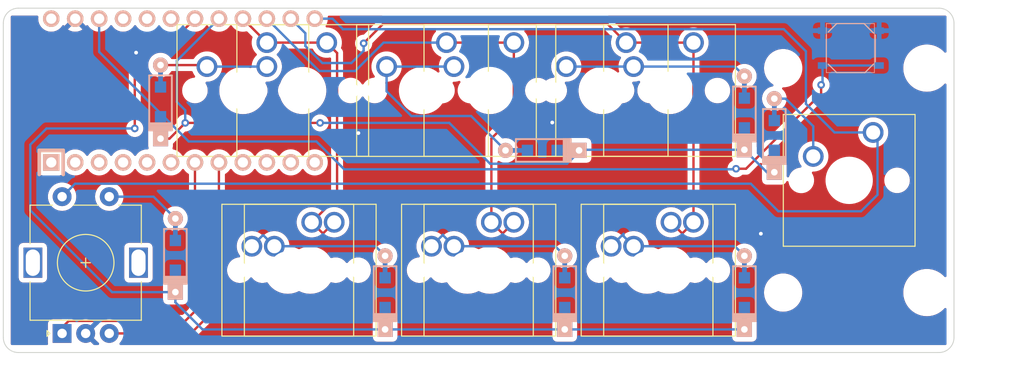
<source format=kicad_pcb>
(kicad_pcb (version 20200628) (host pcbnew "(5.99.0-2318-gf1aa7e523)")
  (layers (0 "F.Cu" signal) (31 "B.Cu" signal) (34 "B.Paste" user) (35 "F.Paste" user) (36 "B.SilkS" user) (37 "F.SilkS" user) (38 "B.Mask" user) (39 "F.Mask" user) (44 "Edge.Cuts" user))
  (net 0 "")
  (net 1 "Net-(D1-Pad2)")
  (net 2 "row0")
  (net 3 "Net-(D5-Pad2)")
  (net 4 "Net-(D9-Pad2)")
  (net 5 "Net-(D13-Pad2)")
  (net 6 "Net-(D2-Pad2)")
  (net 7 "row1")
  (net 8 "Net-(D6-Pad2)")
  (net 9 "Net-(D10-Pad2)")
  (net 10 "Net-(D14-Pad2)")
  (net 11 "col1")
  (net 12 "col2")
  (net 13 "col3")
  (net 14 "col4")
  (net 15 "Net-(SW1-Pad2)")
  (net 16 "pinB")
  (net 17 "pinA")
  (net 18 "GND")
  (net 19 "Net-(U1-Pad2)")
  (net 20 "Net-(U1-Pad21)")
  (net 21 "Net-(U1-Pad24)")
  (net 22 "Net-(U1-Pad12)")
  (net 23 "Net-(U1-Pad11)")
  (net 24 "Net-(U1-Pad10)")
  (net 25 "Net-(U1-Pad9)")
  (net 26 "Net-(U1-Pad6)")
  (net 27 "Net-(U1-Pad5)")
  (net 28 "Net-(U1-Pad4)")
  (net 29 "Net-(U1-Pad3)")
  (net 30 "Net-(U1-Pad1)")
  (net 31 "Net-(U1-Pad20)")
  (net 32 "Net-(U1-Pad19)")
  (module "Button_Switch_Keyboard:SW_Cherry_MX_1.00u_PCB" (layer "F.Cu") (at 58.89625 47.3075)
    (fp_text reference "MX3" hide)
    (fp_text value "MX-NoLED")
    (fp_line (start -9.525 -1.905) (end 4.445 -1.905) (layer "F.SilkS") (width 0.12))
    (fp_line (start 4.445 -1.905) (end 4.445 12.065) (layer "F.SilkS") (width 0.12))
    (fp_line (start 4.445 12.065) (end -9.525 12.065) (layer "F.SilkS") (width 0.12))
    (fp_line (start -9.525 12.065) (end -9.525 -1.905) (layer "F.SilkS") (width 0.12))
    (pad "1" thru_hole circle (at 0 0) (size 2.2 2.2) (drill 1.5) (layers *.Cu *.Mask) (net 11 "col1"))
    (pad "2" thru_hole circle (at -6.35 2.54) (size 2.2 2.2) (drill 1.5) (layers *.Cu *.Mask) (net 6 "Net-(D2-Pad2)"))
    (pad "" np_thru_hole circle (at -2.54 5.08) (size 4 4) (drill 4) (layers *.Cu *.Mask))
    (pad "" np_thru_hole circle (at -7.62 5.08) (size 1.7 1.7) (drill 1.7) (layers *.Cu *.Mask))
    (pad "" np_thru_hole circle (at 2.54 5.08) (size 1.7 1.7) (drill 1.7) (layers *.Cu *.Mask))
  )
  (module "Button_Switch_Keyboard:SW_Cherry_MX_1.00u_PCB" (layer "F.Cu") (at 77.94625 47.3075)
    (fp_text reference "MX3" hide)
    (fp_text value "MX-NoLED")
    (fp_line (start -9.525 -1.905) (end 4.445 -1.905) (layer "F.SilkS") (width 0.12))
    (fp_line (start 4.445 -1.905) (end 4.445 12.065) (layer "F.SilkS") (width 0.12))
    (fp_line (start 4.445 12.065) (end -9.525 12.065) (layer "F.SilkS") (width 0.12))
    (fp_line (start -9.525 12.065) (end -9.525 -1.905) (layer "F.SilkS") (width 0.12))
    (pad "1" thru_hole circle (at 0 0) (size 2.2 2.2) (drill 1.5) (layers *.Cu *.Mask) (net 12 "col2"))
    (pad "" thru_hole circle (at -6.35 2.54) (size 2.2 2.2) (drill 1.5) (layers *.Cu *.Mask) (net 8 "Net-(D6-Pad2)"))
    (pad "" np_thru_hole circle (at -2.54 5.08) (size 4 4) (drill 4) (layers *.Cu *.Mask))
    (pad "" np_thru_hole circle (at -7.62 5.08) (size 1.7 1.7) (drill 1.7) (layers *.Cu *.Mask))
    (pad "" np_thru_hole circle (at 2.54 5.08) (size 1.7 1.7) (drill 1.7) (layers *.Cu *.Mask))
  )
  (module "Button_Switch_Keyboard:SW_Cherry_MX_1.00u_PCB" (layer "F.Cu") (at 58.1025 28.2575)
    (fp_text reference "MX3" hide)
    (fp_text value "MX-NoLED")
    (fp_line (start -9.525 -1.905) (end 4.445 -1.905) (layer "F.SilkS") (width 0.12))
    (fp_line (start 4.445 -1.905) (end 4.445 12.065) (layer "F.SilkS") (width 0.12))
    (fp_line (start 4.445 12.065) (end -9.525 12.065) (layer "F.SilkS") (width 0.12))
    (fp_line (start -9.525 12.065) (end -9.525 -1.905) (layer "F.SilkS") (width 0.12))
    (pad "1" thru_hole circle (at 0 0) (size 2.2 2.2) (drill 1.5) (layers *.Cu *.Mask) (net 11 "col1"))
    (pad "2" thru_hole circle (at -6.35 2.54) (size 2.2 2.2) (drill 1.5) (layers *.Cu *.Mask) (net 1 "Net-(D1-Pad2)"))
    (pad "" np_thru_hole circle (at -2.54 5.08) (size 4 4) (drill 4) (layers *.Cu *.Mask))
    (pad "" np_thru_hole circle (at -7.62 5.08) (size 1.7 1.7) (drill 1.7) (layers *.Cu *.Mask))
    (pad "" np_thru_hole circle (at 2.54 5.08) (size 1.7 1.7) (drill 1.7) (layers *.Cu *.Mask))
  )
  (module "Button_Switch_Keyboard:SW_Cherry_MX_1.00u_PCB" (layer "F.Cu") (at 77.94625 28.2575)
    (fp_text reference "MX3" hide)
    (fp_text value "MX-NoLED")
    (fp_line (start -9.525 -1.905) (end 4.445 -1.905) (layer "F.SilkS") (width 0.12))
    (fp_line (start 4.445 -1.905) (end 4.445 12.065) (layer "F.SilkS") (width 0.12))
    (fp_line (start 4.445 12.065) (end -9.525 12.065) (layer "F.SilkS") (width 0.12))
    (fp_line (start -9.525 12.065) (end -9.525 -1.905) (layer "F.SilkS") (width 0.12))
    (pad "1" thru_hole circle (at 0 0) (size 2.2 2.2) (drill 1.5) (layers *.Cu *.Mask) (net 12 "col2"))
    (pad "2" thru_hole circle (at -6.35 2.54) (size 2.2 2.2) (drill 1.5) (layers *.Cu *.Mask) (net 3 "Net-(D5-Pad2)"))
    (pad "" np_thru_hole circle (at -2.54 5.08) (size 4 4) (drill 4) (layers *.Cu *.Mask))
    (pad "" np_thru_hole circle (at -7.62 5.08) (size 1.7 1.7) (drill 1.7) (layers *.Cu *.Mask))
    (pad "" np_thru_hole circle (at 2.54 5.08) (size 1.7 1.7) (drill 1.7) (layers *.Cu *.Mask))
  )
  (module "Button_Switch_Keyboard:SW_Cherry_MX_1.00u_PCB" (layer "F.Cu") (at 96.99625 47.3075)
    (fp_text reference "MX3" hide)
    (fp_text value "MX-NoLED")
    (fp_line (start -9.525 -1.905) (end 4.445 -1.905) (layer "F.SilkS") (width 0.12))
    (fp_line (start 4.445 -1.905) (end 4.445 12.065) (layer "F.SilkS") (width 0.12))
    (fp_line (start 4.445 12.065) (end -9.525 12.065) (layer "F.SilkS") (width 0.12))
    (fp_line (start -9.525 12.065) (end -9.525 -1.905) (layer "F.SilkS") (width 0.12))
    (pad "1" thru_hole circle (at 0 0) (size 2.2 2.2) (drill 1.5) (layers *.Cu *.Mask) (net 13 "col3"))
    (pad "2" thru_hole circle (at -6.35 2.54) (size 2.2 2.2) (drill 1.5) (layers *.Cu *.Mask) (net 9 "Net-(D10-Pad2)"))
    (pad "" np_thru_hole circle (at -2.54 5.08) (size 4 4) (drill 4) (layers *.Cu *.Mask))
    (pad "" np_thru_hole circle (at -7.62 5.08) (size 1.7 1.7) (drill 1.7) (layers *.Cu *.Mask))
    (pad "" np_thru_hole circle (at 2.54 5.08) (size 1.7 1.7) (drill 1.7) (layers *.Cu *.Mask))
  )
  (module "Button_Switch_Keyboard:SW_Cherry_MX_1.00u_PCB" (layer "F.Cu") (at 96.99625 28.2575)
    (fp_text reference "MX3" hide)
    (fp_text value "MX-NoLED")
    (fp_line (start -9.525 -1.905) (end 4.445 -1.905) (layer "F.SilkS") (width 0.12))
    (fp_line (start 4.445 -1.905) (end 4.445 12.065) (layer "F.SilkS") (width 0.12))
    (fp_line (start 4.445 12.065) (end -9.525 12.065) (layer "F.SilkS") (width 0.12))
    (fp_line (start -9.525 12.065) (end -9.525 -1.905) (layer "F.SilkS") (width 0.12))
    (pad "" thru_hole circle (at 0 0) (size 2.2 2.2) (drill 1.5) (layers *.Cu *.Mask) (net 13 "col3"))
    (pad "2" thru_hole circle (at -6.35 2.54) (size 2.2 2.2) (drill 1.5) (layers *.Cu *.Mask) (net 4 "Net-(D9-Pad2)"))
    (pad "" np_thru_hole circle (at -2.54 5.08) (size 4 4) (drill 4) (layers *.Cu *.Mask))
    (pad "" np_thru_hole circle (at -7.62 5.08) (size 1.7 1.7) (drill 1.7) (layers *.Cu *.Mask))
    (pad "" np_thru_hole circle (at 2.54 5.08) (size 1.7 1.7) (drill 1.7) (layers *.Cu *.Mask))
  )
  (module "LOGO" (layer "B.Cu") (at 113.76625 55.43625 180)
    (fp_text reference "G***" hide)
    (fp_text value "LOGO" hide)
  )
  (module "LOGO" (layer "F.Cu") (at 32.54625 32.75625)
    (fp_text reference "G***" hide)
    (fp_text value "LOGO" hide)
  )
  (module "keeb:ArduinoProMicro" (layer "F.Cu") (at 42.8625 33.3375)
    (fp_text reference "U1" hide)
    (fp_text value "ProMicro" hide)
    (fp_line (start -15.24 6.35) (end -15.24 8.89) (layer "F.SilkS") (width 0.381))
    (fp_line (start -15.24 6.35) (end -15.24 8.89) (layer "B.SilkS") (width 0.381))
    (fp_line (start -12.7 6.35) (end -12.7 8.89) (layer "F.SilkS") (width 0.381))
    (fp_line (start -15.24 6.35) (end -12.7 6.35) (layer "F.SilkS") (width 0.381))
    (fp_line (start -15.24 6.35) (end -12.7 6.35) (layer "B.SilkS") (width 0.381))
    (fp_line (start -12.7 6.35) (end -12.7 8.89) (layer "B.SilkS") (width 0.381))
    (pad "24" thru_hole circle (at -13.97 -7.62) (size 1.7526 1.7526) (drill 1.0922) (layers *.Cu *.SilkS *.Mask) (net 21 "Net-(U1-Pad24)"))
    (pad "12" thru_hole circle (at 13.97 7.62) (size 1.7526 1.7526) (drill 1.0922) (layers *.Cu *.SilkS *.Mask) (net 22 "Net-(U1-Pad12)"))
    (pad "23" thru_hole circle (at -11.43 -7.62) (size 1.7526 1.7526) (drill 1.0922) (layers *.Cu *.SilkS *.Mask) (net 18 "GND"))
    (pad "22" thru_hole circle (at -8.89 -7.62) (size 1.7526 1.7526) (drill 1.0922) (layers *.Cu *.SilkS *.Mask) (net 15 "Net-(SW1-Pad2)"))
    (pad "21" thru_hole circle (at -6.35 -7.62) (size 1.7526 1.7526) (drill 1.0922) (layers *.Cu *.SilkS *.Mask) (net 20 "Net-(U1-Pad21)"))
    (pad "20" thru_hole circle (at -3.81 -7.62) (size 1.7526 1.7526) (drill 1.0922) (layers *.Cu *.SilkS *.Mask) (net 31 "Net-(U1-Pad20)"))
    (pad "19" thru_hole circle (at -1.27 -7.62) (size 1.7526 1.7526) (drill 1.0922) (layers *.Cu *.SilkS *.Mask) (net 32 "Net-(U1-Pad19)"))
    (pad "18" thru_hole circle (at 1.27 -7.62) (size 1.7526 1.7526) (drill 1.0922) (layers *.Cu *.SilkS *.Mask) (net 7 "row1"))
    (pad "17" thru_hole circle (at 3.81 -7.62) (size 1.7526 1.7526) (drill 1.0922) (layers *.Cu *.SilkS *.Mask) (net 2 "row0"))
    (pad "16" thru_hole circle (at 6.35 -7.62) (size 1.7526 1.7526) (drill 1.0922) (layers *.Cu *.SilkS *.Mask) (net 11 "col1"))
    (pad "15" thru_hole circle (at 8.89 -7.62) (size 1.7526 1.7526) (drill 1.0922) (layers *.Cu *.SilkS *.Mask) (net 12 "col2"))
    (pad "14" thru_hole circle (at 11.43 -7.62) (size 1.7526 1.7526) (drill 1.0922) (layers *.Cu *.SilkS *.Mask) (net 13 "col3"))
    (pad "13" thru_hole circle (at 13.97 -7.62) (size 1.7526 1.7526) (drill 1.0922) (layers *.Cu *.SilkS *.Mask) (net 14 "col4"))
    (pad "11" thru_hole circle (at 11.43 7.62) (size 1.7526 1.7526) (drill 1.0922) (layers *.Cu *.SilkS *.Mask) (net 23 "Net-(U1-Pad11)"))
    (pad "10" thru_hole circle (at 8.89 7.62) (size 1.7526 1.7526) (drill 1.0922) (layers *.Cu *.SilkS *.Mask) (net 24 "Net-(U1-Pad10)"))
    (pad "9" thru_hole circle (at 6.35 7.62) (size 1.7526 1.7526) (drill 1.0922) (layers *.Cu *.SilkS *.Mask) (net 25 "Net-(U1-Pad9)"))
    (pad "8" thru_hole circle (at 3.81 7.62) (size 1.7526 1.7526) (drill 1.0922) (layers *.Cu *.SilkS *.Mask) (net 16 "pinB"))
    (pad "7" thru_hole circle (at 1.27 7.62) (size 1.7526 1.7526) (drill 1.0922) (layers *.Cu *.SilkS *.Mask) (net 17 "pinA"))
    (pad "6" thru_hole circle (at -1.27 7.62) (size 1.7526 1.7526) (drill 1.0922) (layers *.Cu *.SilkS *.Mask) (net 26 "Net-(U1-Pad6)"))
    (pad "5" thru_hole circle (at -3.81 7.62) (size 1.7526 1.7526) (drill 1.0922) (layers *.Cu *.SilkS *.Mask) (net 27 "Net-(U1-Pad5)"))
    (pad "4" thru_hole circle (at -6.35 7.62) (size 1.7526 1.7526) (drill 1.0922) (layers *.Cu *.SilkS *.Mask) (net 28 "Net-(U1-Pad4)"))
    (pad "3" thru_hole circle (at -8.89 7.62) (size 1.7526 1.7526) (drill 1.0922) (layers *.Cu *.SilkS *.Mask) (net 29 "Net-(U1-Pad3)"))
    (pad "2" thru_hole circle (at -11.43 7.62) (size 1.7526 1.7526) (drill 1.0922) (layers *.Cu *.SilkS *.Mask) (net 19 "Net-(U1-Pad2)"))
    (pad "1" thru_hole rect (at -13.97 7.62) (size 1.7526 1.7526) (drill 1.0922) (layers *.Cu *.SilkS *.Mask) (net 30 "Net-(U1-Pad1)"))
  )
  (module "Button_Switch_Keyboard:SW_Cherry_MX_1.00u_PCB" (layer "F.Cu") (at 56.515 47.3075)
    (fp_text reference "MX5" hide)
    (fp_text value "MX-NoLED")
    (fp_line (start -9.525 12.065) (end -9.525 -1.905) (layer "F.SilkS") (width 0.12))
    (fp_line (start 4.445 12.065) (end -9.525 12.065) (layer "F.SilkS") (width 0.12))
    (fp_line (start 4.445 -1.905) (end 4.445 12.065) (layer "F.SilkS") (width 0.12))
    (fp_line (start -9.525 -1.905) (end 4.445 -1.905) (layer "F.SilkS") (width 0.12))
    (pad "" np_thru_hole circle (at 2.54 5.08) (size 1.7 1.7) (drill 1.7) (layers *.Cu *.Mask))
    (pad "" np_thru_hole circle (at -7.62 5.08) (size 1.7 1.7) (drill 1.7) (layers *.Cu *.Mask))
    (pad "" np_thru_hole circle (at -2.54 5.08) (size 4 4) (drill 4) (layers *.Cu *.Mask))
    (pad "2" thru_hole circle (at -6.35 2.54) (size 2.2 2.2) (drill 1.5) (layers *.Cu *.Mask) (net 6 "Net-(D2-Pad2)"))
    (pad "1" thru_hole circle (at 0 0) (size 2.2 2.2) (drill 1.5) (layers *.Cu *.Mask) (net 11 "col1"))
  )
  (module "keyboard_parts:D_SOD123_axial" (layer "B.Cu") (at 42.05625 50.8125 90)
    (fp_text reference "D8" hide)
    (fp_text value "D_Small")
    (fp_line (start 2.8 -1.2) (end -3 -1.2) (layer "B.SilkS") (width 0.2))
    (fp_line (start 2.8 1.2) (end 2.8 -1.2) (layer "B.SilkS") (width 0.2))
    (fp_line (start -3 1.2) (end 2.8 1.2) (layer "B.SilkS") (width 0.2))
    (fp_line (start -2.925 1.2) (end -2.925 -1.2) (layer "B.SilkS") (width 0.2))
    (fp_line (start -2.8 1.2) (end -2.8 -1.2) (layer "B.SilkS") (width 0.2))
    (fp_line (start -3.025 -1.2) (end -3.025 1.2) (layer "B.SilkS") (width 0.2))
    (fp_line (start -2.625 1.2) (end -2.625 -1.2) (layer "B.SilkS") (width 0.2))
    (fp_line (start -2.45 1.2) (end -2.45 -1.2) (layer "B.SilkS") (width 0.2))
    (fp_line (start -2.275 1.2) (end -2.275 -1.2) (layer "B.SilkS") (width 0.2))
    (pad "2" smd rect (at 2.7 0 90) (size 2.5 0.5) (layers "B.Cu") (net 10 "Net-(D14-Pad2)"))
    (pad "1" smd rect (at -2.7 0 90) (size 2.5 0.5) (layers "B.Cu") (net 7 "row1"))
    (pad "2" thru_hole circle (at 3.9 0 90) (size 1.6 1.6) (drill 0.7) (layers *.Cu *.Mask "B.SilkS") (net 10 "Net-(D14-Pad2)"))
    (pad "1" thru_hole rect (at -3.9 0 90) (size 1.6 1.6) (drill 0.7) (layers *.Cu *.Mask "B.SilkS") (net 7 "row1"))
    (pad "1" smd rect (at -1.575 0 90) (size 1.2 1.2) (layers "B.Cu" "B.Paste" "B.Mask") (net 7 "row1"))
    (pad "2" smd rect (at 1.575 0 90) (size 1.2 1.2) (layers "B.Cu" "B.Paste" "B.Mask") (net 10 "Net-(D14-Pad2)"))
  )
  (module "keyboard_parts:D_SOD123_axial" (layer "B.Cu") (at 102.39375 54.76875 90)
    (fp_text reference "D7" hide)
    (fp_text value "D_Small")
    (fp_line (start 2.8 -1.2) (end -3 -1.2) (layer "B.SilkS") (width 0.2))
    (fp_line (start 2.8 1.2) (end 2.8 -1.2) (layer "B.SilkS") (width 0.2))
    (fp_line (start -3 1.2) (end 2.8 1.2) (layer "B.SilkS") (width 0.2))
    (fp_line (start -2.925 1.2) (end -2.925 -1.2) (layer "B.SilkS") (width 0.2))
    (fp_line (start -2.8 1.2) (end -2.8 -1.2) (layer "B.SilkS") (width 0.2))
    (fp_line (start -3.025 -1.2) (end -3.025 1.2) (layer "B.SilkS") (width 0.2))
    (fp_line (start -2.625 1.2) (end -2.625 -1.2) (layer "B.SilkS") (width 0.2))
    (fp_line (start -2.45 1.2) (end -2.45 -1.2) (layer "B.SilkS") (width 0.2))
    (fp_line (start -2.275 1.2) (end -2.275 -1.2) (layer "B.SilkS") (width 0.2))
    (pad "2" smd rect (at 2.7 0 90) (size 2.5 0.5) (layers "B.Cu") (net 9 "Net-(D10-Pad2)"))
    (pad "1" smd rect (at -2.7 0 90) (size 2.5 0.5) (layers "B.Cu") (net 7 "row1"))
    (pad "2" thru_hole circle (at 3.9 0 90) (size 1.6 1.6) (drill 0.7) (layers *.Cu *.Mask "B.SilkS") (net 9 "Net-(D10-Pad2)"))
    (pad "1" thru_hole rect (at -3.9 0 90) (size 1.6 1.6) (drill 0.7) (layers *.Cu *.Mask "B.SilkS") (net 7 "row1"))
    (pad "1" smd rect (at -1.575 0 90) (size 1.2 1.2) (layers "B.Cu" "B.Paste" "B.Mask") (net 7 "row1"))
    (pad "2" smd rect (at 1.575 0 90) (size 1.2 1.2) (layers "B.Cu" "B.Paste" "B.Mask") (net 9 "Net-(D10-Pad2)"))
  )
  (module "keyboard_parts:D_SOD123_axial" (layer "B.Cu") (at 83.34375 54.76875 90)
    (fp_text reference "D6" hide)
    (fp_text value "D_Small")
    (fp_line (start 2.8 -1.2) (end -3 -1.2) (layer "B.SilkS") (width 0.2))
    (fp_line (start 2.8 1.2) (end 2.8 -1.2) (layer "B.SilkS") (width 0.2))
    (fp_line (start -3 1.2) (end 2.8 1.2) (layer "B.SilkS") (width 0.2))
    (fp_line (start -2.925 1.2) (end -2.925 -1.2) (layer "B.SilkS") (width 0.2))
    (fp_line (start -2.8 1.2) (end -2.8 -1.2) (layer "B.SilkS") (width 0.2))
    (fp_line (start -3.025 -1.2) (end -3.025 1.2) (layer "B.SilkS") (width 0.2))
    (fp_line (start -2.625 1.2) (end -2.625 -1.2) (layer "B.SilkS") (width 0.2))
    (fp_line (start -2.45 1.2) (end -2.45 -1.2) (layer "B.SilkS") (width 0.2))
    (fp_line (start -2.275 1.2) (end -2.275 -1.2) (layer "B.SilkS") (width 0.2))
    (pad "2" smd rect (at 2.7 0 90) (size 2.5 0.5) (layers "B.Cu") (net 8 "Net-(D6-Pad2)"))
    (pad "1" smd rect (at -2.7 0 90) (size 2.5 0.5) (layers "B.Cu") (net 7 "row1"))
    (pad "2" thru_hole circle (at 3.9 0 90) (size 1.6 1.6) (drill 0.7) (layers *.Cu *.Mask "B.SilkS") (net 8 "Net-(D6-Pad2)"))
    (pad "1" thru_hole rect (at -3.9 0 90) (size 1.6 1.6) (drill 0.7) (layers *.Cu *.Mask "B.SilkS") (net 7 "row1"))
    (pad "1" smd rect (at -1.575 0 90) (size 1.2 1.2) (layers "B.Cu" "B.Paste" "B.Mask") (net 7 "row1"))
    (pad "2" smd rect (at 1.575 0 90) (size 1.2 1.2) (layers "B.Cu" "B.Paste" "B.Mask") (net 8 "Net-(D6-Pad2)"))
  )
  (module "keyboard_parts:D_SOD123_axial" (layer "B.Cu") (at 64.29375 54.76875 90)
    (fp_text reference "D5" hide)
    (fp_text value "D_Small")
    (fp_line (start 2.8 -1.2) (end -3 -1.2) (layer "B.SilkS") (width 0.2))
    (fp_line (start 2.8 1.2) (end 2.8 -1.2) (layer "B.SilkS") (width 0.2))
    (fp_line (start -3 1.2) (end 2.8 1.2) (layer "B.SilkS") (width 0.2))
    (fp_line (start -2.925 1.2) (end -2.925 -1.2) (layer "B.SilkS") (width 0.2))
    (fp_line (start -2.8 1.2) (end -2.8 -1.2) (layer "B.SilkS") (width 0.2))
    (fp_line (start -3.025 -1.2) (end -3.025 1.2) (layer "B.SilkS") (width 0.2))
    (fp_line (start -2.625 1.2) (end -2.625 -1.2) (layer "B.SilkS") (width 0.2))
    (fp_line (start -2.45 1.2) (end -2.45 -1.2) (layer "B.SilkS") (width 0.2))
    (fp_line (start -2.275 1.2) (end -2.275 -1.2) (layer "B.SilkS") (width 0.2))
    (pad "2" smd rect (at 2.7 0 90) (size 2.5 0.5) (layers "B.Cu") (net 6 "Net-(D2-Pad2)"))
    (pad "1" smd rect (at -2.7 0 90) (size 2.5 0.5) (layers "B.Cu") (net 7 "row1"))
    (pad "2" thru_hole circle (at 3.9 0 90) (size 1.6 1.6) (drill 0.7) (layers *.Cu *.Mask "B.SilkS") (net 6 "Net-(D2-Pad2)"))
    (pad "1" thru_hole rect (at -3.9 0 90) (size 1.6 1.6) (drill 0.7) (layers *.Cu *.Mask "B.SilkS") (net 7 "row1"))
    (pad "1" smd rect (at -1.575 0 90) (size 1.2 1.2) (layers "B.Cu" "B.Paste" "B.Mask") (net 7 "row1"))
    (pad "2" smd rect (at 1.575 0 90) (size 1.2 1.2) (layers "B.Cu" "B.Paste" "B.Mask") (net 6 "Net-(D2-Pad2)"))
  )
  (module "keyboard_parts:D_SOD123_axial" (layer "B.Cu") (at 105.56875 38.1 90)
    (fp_text reference "D4" hide)
    (fp_text value "D_Small")
    (fp_line (start 2.8 -1.2) (end -3 -1.2) (layer "B.SilkS") (width 0.2))
    (fp_line (start 2.8 1.2) (end 2.8 -1.2) (layer "B.SilkS") (width 0.2))
    (fp_line (start -3 1.2) (end 2.8 1.2) (layer "B.SilkS") (width 0.2))
    (fp_line (start -2.925 1.2) (end -2.925 -1.2) (layer "B.SilkS") (width 0.2))
    (fp_line (start -2.8 1.2) (end -2.8 -1.2) (layer "B.SilkS") (width 0.2))
    (fp_line (start -3.025 -1.2) (end -3.025 1.2) (layer "B.SilkS") (width 0.2))
    (fp_line (start -2.625 1.2) (end -2.625 -1.2) (layer "B.SilkS") (width 0.2))
    (fp_line (start -2.45 1.2) (end -2.45 -1.2) (layer "B.SilkS") (width 0.2))
    (fp_line (start -2.275 1.2) (end -2.275 -1.2) (layer "B.SilkS") (width 0.2))
    (pad "2" smd rect (at 2.7 0 90) (size 2.5 0.5) (layers "B.Cu") (net 5 "Net-(D13-Pad2)"))
    (pad "1" smd rect (at -2.7 0 90) (size 2.5 0.5) (layers "B.Cu") (net 2 "row0"))
    (pad "2" thru_hole circle (at 3.9 0 90) (size 1.6 1.6) (drill 0.7) (layers *.Cu *.Mask "B.SilkS") (net 5 "Net-(D13-Pad2)"))
    (pad "1" thru_hole rect (at -3.9 0 90) (size 1.6 1.6) (drill 0.7) (layers *.Cu *.Mask "B.SilkS") (net 2 "row0"))
    (pad "1" smd rect (at -1.575 0 90) (size 1.2 1.2) (layers "B.Cu" "B.Paste" "B.Mask") (net 2 "row0"))
    (pad "2" smd rect (at 1.575 0 90) (size 1.2 1.2) (layers "B.Cu" "B.Paste" "B.Mask") (net 5 "Net-(D13-Pad2)"))
  )
  (module "keyboard_parts:D_SOD123_axial" (layer "B.Cu") (at 102.39375 35.71875 90)
    (fp_text reference "D3" hide)
    (fp_text value "D_Small")
    (fp_line (start 2.8 -1.2) (end -3 -1.2) (layer "B.SilkS") (width 0.2))
    (fp_line (start 2.8 1.2) (end 2.8 -1.2) (layer "B.SilkS") (width 0.2))
    (fp_line (start -3 1.2) (end 2.8 1.2) (layer "B.SilkS") (width 0.2))
    (fp_line (start -2.925 1.2) (end -2.925 -1.2) (layer "B.SilkS") (width 0.2))
    (fp_line (start -2.8 1.2) (end -2.8 -1.2) (layer "B.SilkS") (width 0.2))
    (fp_line (start -3.025 -1.2) (end -3.025 1.2) (layer "B.SilkS") (width 0.2))
    (fp_line (start -2.625 1.2) (end -2.625 -1.2) (layer "B.SilkS") (width 0.2))
    (fp_line (start -2.45 1.2) (end -2.45 -1.2) (layer "B.SilkS") (width 0.2))
    (fp_line (start -2.275 1.2) (end -2.275 -1.2) (layer "B.SilkS") (width 0.2))
    (pad "2" smd rect (at 2.7 0 90) (size 2.5 0.5) (layers "B.Cu") (net 4 "Net-(D9-Pad2)"))
    (pad "1" smd rect (at -2.7 0 90) (size 2.5 0.5) (layers "B.Cu") (net 2 "row0"))
    (pad "2" thru_hole circle (at 3.9 0 90) (size 1.6 1.6) (drill 0.7) (layers *.Cu *.Mask "B.SilkS") (net 4 "Net-(D9-Pad2)"))
    (pad "1" thru_hole rect (at -3.9 0 90) (size 1.6 1.6) (drill 0.7) (layers *.Cu *.Mask "B.SilkS") (net 2 "row0"))
    (pad "1" smd rect (at -1.575 0 90) (size 1.2 1.2) (layers "B.Cu" "B.Paste" "B.Mask") (net 2 "row0"))
    (pad "2" smd rect (at 1.575 0 90) (size 1.2 1.2) (layers "B.Cu" "B.Paste" "B.Mask") (net 4 "Net-(D9-Pad2)"))
  )
  (module "keyboard_parts:D_SOD123_axial" (layer "B.Cu") (at 80.9625 39.6875 180)
    (fp_text reference "D2" hide)
    (fp_text value "D_Small")
    (fp_line (start 2.8 -1.2) (end -3 -1.2) (layer "B.SilkS") (width 0.2))
    (fp_line (start 2.8 1.2) (end 2.8 -1.2) (layer "B.SilkS") (width 0.2))
    (fp_line (start -3 1.2) (end 2.8 1.2) (layer "B.SilkS") (width 0.2))
    (fp_line (start -2.925 1.2) (end -2.925 -1.2) (layer "B.SilkS") (width 0.2))
    (fp_line (start -2.8 1.2) (end -2.8 -1.2) (layer "B.SilkS") (width 0.2))
    (fp_line (start -3.025 -1.2) (end -3.025 1.2) (layer "B.SilkS") (width 0.2))
    (fp_line (start -2.625 1.2) (end -2.625 -1.2) (layer "B.SilkS") (width 0.2))
    (fp_line (start -2.45 1.2) (end -2.45 -1.2) (layer "B.SilkS") (width 0.2))
    (fp_line (start -2.275 1.2) (end -2.275 -1.2) (layer "B.SilkS") (width 0.2))
    (pad "2" smd rect (at 2.7 0 180) (size 2.5 0.5) (layers "B.Cu") (net 3 "Net-(D5-Pad2)"))
    (pad "1" smd rect (at -2.7 0 180) (size 2.5 0.5) (layers "B.Cu") (net 2 "row0"))
    (pad "2" thru_hole circle (at 3.9 0 180) (size 1.6 1.6) (drill 0.7) (layers *.Cu *.Mask "B.SilkS") (net 3 "Net-(D5-Pad2)"))
    (pad "1" thru_hole rect (at -3.9 0 180) (size 1.6 1.6) (drill 0.7) (layers *.Cu *.Mask "B.SilkS") (net 2 "row0"))
    (pad "1" smd rect (at -1.575 0 180) (size 1.2 1.2) (layers "B.Cu" "B.Paste" "B.Mask") (net 2 "row0"))
    (pad "2" smd rect (at 1.575 0 180) (size 1.2 1.2) (layers "B.Cu" "B.Paste" "B.Mask") (net 3 "Net-(D5-Pad2)"))
  )
  (module "keyboard_parts:D_SOD123_axial" (layer "B.Cu") (at 40.48125 34.5375 90)
    (fp_text reference "D1" hide)
    (fp_text value "D_Small")
    (fp_line (start 2.8 -1.2) (end -3 -1.2) (layer "B.SilkS") (width 0.2))
    (fp_line (start 2.8 1.2) (end 2.8 -1.2) (layer "B.SilkS") (width 0.2))
    (fp_line (start -3 1.2) (end 2.8 1.2) (layer "B.SilkS") (width 0.2))
    (fp_line (start -2.925 1.2) (end -2.925 -1.2) (layer "B.SilkS") (width 0.2))
    (fp_line (start -2.8 1.2) (end -2.8 -1.2) (layer "B.SilkS") (width 0.2))
    (fp_line (start -3.025 -1.2) (end -3.025 1.2) (layer "B.SilkS") (width 0.2))
    (fp_line (start -2.625 1.2) (end -2.625 -1.2) (layer "B.SilkS") (width 0.2))
    (fp_line (start -2.45 1.2) (end -2.45 -1.2) (layer "B.SilkS") (width 0.2))
    (fp_line (start -2.275 1.2) (end -2.275 -1.2) (layer "B.SilkS") (width 0.2))
    (pad "2" smd rect (at 2.7 0 90) (size 2.5 0.5) (layers "B.Cu") (net 1 "Net-(D1-Pad2)"))
    (pad "1" smd rect (at -2.7 0 90) (size 2.5 0.5) (layers "B.Cu") (net 2 "row0"))
    (pad "2" thru_hole circle (at 3.9 0 90) (size 1.6 1.6) (drill 0.7) (layers *.Cu *.Mask "B.SilkS") (net 1 "Net-(D1-Pad2)"))
    (pad "1" thru_hole rect (at -3.9 0 90) (size 1.6 1.6) (drill 0.7) (layers *.Cu *.Mask "B.SilkS") (net 2 "row0"))
    (pad "1" smd rect (at -1.575 0 90) (size 1.2 1.2) (layers "B.Cu" "B.Paste" "B.Mask") (net 2 "row0"))
    (pad "2" smd rect (at 1.575 0 90) (size 1.2 1.2) (layers "B.Cu" "B.Paste" "B.Mask") (net 1 "Net-(D1-Pad2)"))
  )
  (module "keeb:RotaryEncoder_Alps_EC11E-Switch_Vertical_H20mm" (layer "F.Cu") (at 32.54375 51.59375 90)
    (fp_text reference "SW3-1" hide)
    (fp_text value "Rotary_Encoder_Switch")
    (fp_line (start -0.5 0) (end 0.5 0) (layer "F.SilkS") (width 0.12))
    (fp_line (start 0 -0.5) (end 0 0.5) (layer "F.SilkS") (width 0.12))
    (fp_line (start 6.1 3.5) (end 6.1 5.9) (layer "F.SilkS") (width 0.12))
    (fp_line (start 6.1 -1.3) (end 6.1 1.3) (layer "F.SilkS") (width 0.12))
    (fp_line (start 6.1 -5.9) (end 6.1 -3.5) (layer "F.SilkS") (width 0.12))
    (fp_line (start -7.2 -4.1) (end -7.5 -3.8) (layer "F.SilkS") (width 0.12))
    (fp_line (start -7.8 -4.1) (end -7.2 -4.1) (layer "F.SilkS") (width 0.12))
    (fp_line (start -7.5 -3.8) (end -7.8 -4.1) (layer "F.SilkS") (width 0.12))
    (fp_line (start -6.1 -5.9) (end -6.1 5.9) (layer "F.SilkS") (width 0.12))
    (fp_line (start -2 -5.9) (end -6.1 -5.9) (layer "F.SilkS") (width 0.12))
    (fp_line (start -2 5.9) (end -6.1 5.9) (layer "F.SilkS") (width 0.12))
    (fp_line (start 6.1 5.9) (end 2 5.9) (layer "F.SilkS") (width 0.12))
    (fp_line (start 2 -5.9) (end 6.1 -5.9) (layer "F.SilkS") (width 0.12))
    (fp_circle (center 0 0) (end 3 0) (layer "F.SilkS") (width 0.12))
    (pad "S1" thru_hole circle (at 7 2.5 90) (size 2 2) (drill 1) (layers *.Cu *.Mask) (net 10 "Net-(D14-Pad2)"))
    (pad "S2" thru_hole circle (at 7 -2.5 90) (size 2 2) (drill 1) (layers *.Cu *.Mask) (net 14 "col4"))
    (pad "MP" thru_hole rect (at 0 5.6 90) (size 3.2 2) (drill oval 2.8 1.5) (layers *.Cu *.Mask))
    (pad "MP" thru_hole rect (at 0 -5.6 90) (size 3.2 2) (drill oval 2.8 1.5) (layers *.Cu *.Mask))
    (pad "B" thru_hole circle (at -7.5 2.5 90) (size 2 2) (drill 1) (layers *.Cu *.Mask) (net 16 "pinB"))
    (pad "C" thru_hole circle (at -7.5 0 90) (size 2 2) (drill 1) (layers *.Cu *.Mask) (net 18 "GND"))
    (pad "A" thru_hole rect (at -7.5 -2.5 90) (size 2 2) (drill 1) (layers *.Cu *.Mask) (net 17 "pinA"))
  )
  (module "Button_Switch_Keyboard:SW_Cherry_MX_ISOEnter_PCB" (layer "F.Cu") (at 116.04625 37.7825)
    (fp_text reference "MX4" hide)
    (fp_text value "MX-NoLED")
    (fp_line (start -9.525 12.065) (end -9.525 -1.905) (layer "F.SilkS") (width 0.12))
    (fp_line (start 4.445 12.065) (end -9.525 12.065) (layer "F.SilkS") (width 0.12))
    (fp_line (start 4.445 -1.905) (end 4.445 12.065) (layer "F.SilkS") (width 0.12))
    (fp_line (start -9.525 -1.905) (end 4.445 -1.905) (layer "F.SilkS") (width 0.12))
    (pad "" np_thru_hole circle (at -9.54 -6.82) (size 3.05 3.05) (drill 3.05) (layers *.Cu *.Mask))
    (pad "" np_thru_hole circle (at -9.54 16.98) (size 3.05 3.05) (drill 3.05) (layers *.Cu *.Mask))
    (pad "" np_thru_hole circle (at 5.7 16.98) (size 4 4) (drill 4) (layers *.Cu *.Mask))
    (pad "" np_thru_hole circle (at 5.7 -6.82) (size 4 4) (drill 4) (layers *.Cu *.Mask))
    (pad "" np_thru_hole circle (at 2.54 5.08) (size 1.7 1.7) (drill 1.7) (layers *.Cu *.Mask))
    (pad "" np_thru_hole circle (at -7.62 5.08) (size 1.7 1.7) (drill 1.7) (layers *.Cu *.Mask))
    (pad "" np_thru_hole circle (at -2.54 5.08) (size 4 4) (drill 4) (layers *.Cu *.Mask))
    (pad "2" thru_hole circle (at -6.35 2.54) (size 2.2 2.2) (drill 1.5) (layers *.Cu *.Mask) (net 5 "Net-(D13-Pad2)"))
    (pad "1" thru_hole circle (at 0 0) (size 2.2 2.2) (drill 1.5) (layers *.Cu *.Mask) (net 14 "col4"))
  )
  (module "keyboard_parts:SW_TACTILE_SMD" (layer "B.Cu") (at 113.68151 28.83662 180)
    (fp_text reference "SW1" hide)
    (fp_text value "SW_Push" hide)
    (fp_line (start -1.4986 -2.59842) (end -2.39776 -1.69926) (layer "B.SilkS") (width 0.127))
    (fp_line (start -1.45796 -2.59842) (end -1.4986 -2.59842) (layer "B.SilkS") (width 0.127))
    (fp_line (start 1.4986 -2.59842) (end 2.39776 -1.69926) (layer "B.SilkS") (width 0.127))
    (fp_line (start 1.4986 2.59842) (end 2.39776 1.69926) (layer "B.SilkS") (width 0.127))
    (fp_line (start -1.39954 2.59842) (end -2.39776 1.59766) (layer "B.SilkS") (width 0.127))
    (fp_line (start -1.39954 2.59842) (end 1.4986 2.59842) (layer "B.SilkS") (width 0.127))
    (fp_line (start -2.59842 -1.45796) (end -2.59842 1.39446) (layer "B.SilkS") (width 0.127))
    (fp_line (start -1.09982 -2.59842) (end -1.45796 -2.59842) (layer "B.SilkS") (width 0.127))
    (fp_line (start 1.4986 -2.59842) (end -1.09982 -2.59842) (layer "B.SilkS") (width 0.127))
    (fp_line (start 2.59842 1.43256) (end 2.59842 -1.46812) (layer "B.SilkS") (width 0.127))
    (fp_line (start -2.49936 -2.59842) (end -2.49936 2.59842) (layer "B.SilkS") (width 0.06604))
    (fp_line (start -2.49936 2.59842) (end 2.59842 2.59842) (layer "B.SilkS") (width 0.06604))
    (fp_line (start 2.59842 -2.59842) (end 2.59842 2.59842) (layer "B.SilkS") (width 0.06604))
    (fp_line (start -2.49936 -2.59842) (end 2.59842 -2.59842) (layer "B.SilkS") (width 0.06604))
    (pad "2" smd rect (at 2.99974 -1.84912 180) (size 0.99822 0.6985) (layers "B.Cu" "B.Paste" "B.Mask") (net 15 "Net-(SW1-Pad2)"))
    (pad "2" smd rect (at -2.99974 -1.84912 180) (size 0.99822 0.6985) (layers "B.Cu" "B.Paste" "B.Mask") (net 15 "Net-(SW1-Pad2)"))
    (pad "1" smd rect (at 2.99974 1.84912 180) (size 0.99822 0.6985) (layers "B.Cu" "B.Paste" "B.Mask") (net 18 "GND"))
    (pad "1" smd rect (at -2.99974 1.84912 180) (size 0.99822 0.6985) (layers "B.Cu" "B.Paste" "B.Mask") (net 18 "GND"))
  )
  (module "Button_Switch_Keyboard:SW_Cherry_MX_1.00u_PCB" (layer "F.Cu") (at 94.615 47.3075)
    (fp_text reference "MX7" hide)
    (fp_text value "MX-NoLED")
    (fp_line (start -9.525 12.065) (end -9.525 -1.905) (layer "F.SilkS") (width 0.12))
    (fp_line (start 4.445 12.065) (end -9.525 12.065) (layer "F.SilkS") (width 0.12))
    (fp_line (start 4.445 -1.905) (end 4.445 12.065) (layer "F.SilkS") (width 0.12))
    (fp_line (start -9.525 -1.905) (end 4.445 -1.905) (layer "F.SilkS") (width 0.12))
    (pad "" np_thru_hole circle (at 2.54 5.08) (size 1.7 1.7) (drill 1.7) (layers *.Cu *.Mask))
    (pad "" np_thru_hole circle (at -7.62 5.08) (size 1.7 1.7) (drill 1.7) (layers *.Cu *.Mask))
    (pad "" np_thru_hole circle (at -2.54 5.08) (size 4 4) (drill 4) (layers *.Cu *.Mask))
    (pad "2" thru_hole circle (at -6.35 2.54) (size 2.2 2.2) (drill 1.5) (layers *.Cu *.Mask) (net 9 "Net-(D10-Pad2)"))
    (pad "1" thru_hole circle (at 0 0) (size 2.2 2.2) (drill 1.5) (layers *.Cu *.Mask) (net 13 "col3"))
  )
  (module "Button_Switch_Keyboard:SW_Cherry_MX_1.00u_PCB" (layer "F.Cu") (at 75.565 47.3075)
    (fp_text reference "MX6" hide)
    (fp_text value "MX-NoLED")
    (fp_line (start -9.525 12.065) (end -9.525 -1.905) (layer "F.SilkS") (width 0.12))
    (fp_line (start 4.445 12.065) (end -9.525 12.065) (layer "F.SilkS") (width 0.12))
    (fp_line (start 4.445 -1.905) (end 4.445 12.065) (layer "F.SilkS") (width 0.12))
    (fp_line (start -9.525 -1.905) (end 4.445 -1.905) (layer "F.SilkS") (width 0.12))
    (pad "" np_thru_hole circle (at 2.54 5.08) (size 1.7 1.7) (drill 1.7) (layers *.Cu *.Mask))
    (pad "" np_thru_hole circle (at -7.62 5.08) (size 1.7 1.7) (drill 1.7) (layers *.Cu *.Mask))
    (pad "" np_thru_hole circle (at -2.54 5.08) (size 4 4) (drill 4) (layers *.Cu *.Mask))
    (pad "2" thru_hole circle (at -6.35 2.54) (size 2.2 2.2) (drill 1.5) (layers *.Cu *.Mask) (net 8 "Net-(D6-Pad2)"))
    (pad "1" thru_hole circle (at 0 0) (size 2.2 2.2) (drill 1.5) (layers *.Cu *.Mask) (net 12 "col2"))
  )
  (module "Button_Switch_Keyboard:SW_Cherry_MX_1.00u_PCB" (layer "F.Cu") (at 89.8525 28.2575)
    (fp_text reference "MX3" hide)
    (fp_text value "MX-NoLED")
    (fp_line (start -9.525 12.065) (end -9.525 -1.905) (layer "F.SilkS") (width 0.12))
    (fp_line (start 4.445 12.065) (end -9.525 12.065) (layer "F.SilkS") (width 0.12))
    (fp_line (start 4.445 -1.905) (end 4.445 12.065) (layer "F.SilkS") (width 0.12))
    (fp_line (start -9.525 -1.905) (end 4.445 -1.905) (layer "F.SilkS") (width 0.12))
    (pad "" np_thru_hole circle (at 2.54 5.08) (size 1.7 1.7) (drill 1.7) (layers *.Cu *.Mask))
    (pad "" np_thru_hole circle (at -7.62 5.08) (size 1.7 1.7) (drill 1.7) (layers *.Cu *.Mask))
    (pad "" np_thru_hole circle (at -2.54 5.08) (size 4 4) (drill 4) (layers *.Cu *.Mask))
    (pad "2" thru_hole circle (at -6.35 2.54) (size 2.2 2.2) (drill 1.5) (layers *.Cu *.Mask) (net 4 "Net-(D9-Pad2)"))
    (pad "1" thru_hole circle (at 0 0) (size 2.2 2.2) (drill 1.5) (layers *.Cu *.Mask) (net 13 "col3"))
  )
  (module "Button_Switch_Keyboard:SW_Cherry_MX_1.00u_PCB" (layer "F.Cu") (at 70.8025 28.2575)
    (fp_text reference "MX2" hide)
    (fp_text value "MX-NoLED")
    (fp_line (start -9.525 12.065) (end -9.525 -1.905) (layer "F.SilkS") (width 0.12))
    (fp_line (start 4.445 12.065) (end -9.525 12.065) (layer "F.SilkS") (width 0.12))
    (fp_line (start 4.445 -1.905) (end 4.445 12.065) (layer "F.SilkS") (width 0.12))
    (fp_line (start -9.525 -1.905) (end 4.445 -1.905) (layer "F.SilkS") (width 0.12))
    (pad "" np_thru_hole circle (at 2.54 5.08) (size 1.7 1.7) (drill 1.7) (layers *.Cu *.Mask))
    (pad "" np_thru_hole circle (at -7.62 5.08) (size 1.7 1.7) (drill 1.7) (layers *.Cu *.Mask))
    (pad "" np_thru_hole circle (at -2.54 5.08) (size 4 4) (drill 4) (layers *.Cu *.Mask))
    (pad "2" thru_hole circle (at -6.35 2.54) (size 2.2 2.2) (drill 1.5) (layers *.Cu *.Mask) (net 3 "Net-(D5-Pad2)"))
    (pad "1" thru_hole circle (at 0 0) (size 2.2 2.2) (drill 1.5) (layers *.Cu *.Mask) (net 12 "col2"))
  )
  (module "Button_Switch_Keyboard:SW_Cherry_MX_1.00u_PCB" (layer "F.Cu") (at 51.7525 28.2575)
    (fp_text reference "MX1" hide)
    (fp_text value "MX-NoLED")
    (fp_line (start -9.525 12.065) (end -9.525 -1.905) (layer "F.SilkS") (width 0.12))
    (fp_line (start 4.445 12.065) (end -9.525 12.065) (layer "F.SilkS") (width 0.12))
    (fp_line (start 4.445 -1.905) (end 4.445 12.065) (layer "F.SilkS") (width 0.12))
    (fp_line (start -9.525 -1.905) (end 4.445 -1.905) (layer "F.SilkS") (width 0.12))
    (pad "" np_thru_hole circle (at 2.54 5.08) (size 1.7 1.7) (drill 1.7) (layers *.Cu *.Mask))
    (pad "" np_thru_hole circle (at -7.62 5.08) (size 1.7 1.7) (drill 1.7) (layers *.Cu *.Mask))
    (pad "" np_thru_hole circle (at -2.54 5.08) (size 4 4) (drill 4) (layers *.Cu *.Mask))
    (pad "2" thru_hole circle (at -6.35 2.54) (size 2.2 2.2) (drill 1.5) (layers *.Cu *.Mask) (net 1 "Net-(D1-Pad2)"))
    (pad "1" thru_hole circle (at 0 0) (size 2.2 2.2) (drill 1.5) (layers *.Cu *.Mask) (net 11 "col1"))
  )
  (gr_line (start 124.61875 26.19375) (end 124.61875 59.53125) (layer "Edge.Cuts") (width 0.1))
  (gr_arc (start 25.4 26.19375) (end 25.4 24.60625) (angle -90) (layer "Edge.Cuts") (width 0.1))
  (gr_line (start 23.8125 59.53125) (end 23.8125 26.19375) (layer "Edge.Cuts") (width 0.1))
  (gr_arc (start 25.4 59.53125) (end 23.8125 59.53125) (angle -90) (layer "Edge.Cuts") (width 0.1))
  (gr_line (start 123.03125 24.60625) (end 25.4 24.60625) (layer "Edge.Cuts") (width 0.1))
  (gr_line (start 123.03125 61.11875) (end 25.4 61.11875) (layer "Edge.Cuts") (width 0.1))
  (gr_arc (start 123.03125 59.53125) (end 124.61875 59.53125) (angle 90) (layer "Edge.Cuts") (width 0.1))
  (gr_arc (start 123.03125 26.19375) (end 124.61875 26.19375) (angle -90) (layer "Edge.Cuts") (width 0.1))
  (segment (start 40.48125 30.6375) (end 45.2425 30.6375) (width 0.25) (layer "F.Cu") (net 1))
  (segment (start 45.2425 30.6375) (end 45.4025 30.7975) (width 0.25) (layer "F.Cu") (net 1))
  (segment (start 40.48125 38.4375) (end 41.4325 38.4375) (width 0.25) (layer "F.Cu") (net 2))
  (segment (start 41.4325 38.4375) (end 43.1 36.77) (width 0.25) (layer "F.Cu") (net 2))
  (segment (start 96.99625 28.2575) (end 96.99625 47.3075) (width 0.25) (layer "F.Cu") (net 13))
  (segment (start 77.94625 28.2575) (end 77.94625 36.04375) (width 0.25) (layer "F.Cu") (net 12))
  (segment (start 77.94625 36.04375) (end 75.565 38.425) (width 0.25) (layer "F.Cu") (net 12))
  (segment (start 75.565 38.425) (end 75.565 47.3075) (width 0.25) (layer "F.Cu") (net 12))
  (via (at 61.46 37.85) (size 0.8) (drill 0.4) (layers "F.Cu" "B.Cu") (net 18))
  (segment (start 51.7525 25.7175) (end 57.305 31.27) (width 0.25) (layer "B.Cu") (net 12))
  (segment (start 57.305 31.27) (end 59.29 31.27) (width 0.25) (layer "B.Cu") (net 12))
  (segment (start 58.65 45.1725) (end 58.42625 45.39625) (width 0.25) (layer "F.Cu") (net 11))
  (segment (start 58.42625 45.39625) (end 56.515 47.3075) (width 0.25) (layer "F.Cu") (net 11))
  (segment (start 58.1025 28.2575) (end 59.202499 29.357499) (width 0.25) (layer "F.Cu") (net 11))
  (segment (start 59.202499 29.357499) (end 59.202499 44.620001) (width 0.25) (layer "F.Cu") (net 11))
  (segment (start 59.202499 44.620001) (end 58.42625 45.39625) (width 0.25) (layer "F.Cu") (net 11))
  (segment (start 62.02 28.33) (end 64.07 26.28) (width 0.25) (layer "F.Cu") (net 13))
  (segment (start 62.02 29.12) (end 62.02 28.33) (width 0.25) (layer "B.Cu") (net 13))
  (segment (start 60.72 30.42) (end 62.02 29.12) (width 0.25) (layer "B.Cu") (net 13))
  (via (at 62.02 28.33) (size 0.8) (drill 0.4) (layers "F.Cu" "B.Cu") (net 13))
  (segment (start 57.64 30.42) (end 60.72 30.42) (width 0.25) (layer "B.Cu") (net 13))
  (segment (start 64.07 26.28) (end 87.875 26.28) (width 0.25) (layer "F.Cu") (net 13))
  (segment (start 87.875 26.28) (end 89.8525 28.2575) (width 0.25) (layer "F.Cu") (net 13))
  (segment (start 59.29 31.27) (end 61.12 31.27) (width 0.25) (layer "B.Cu") (net 12))
  (segment (start 61.12 31.27) (end 64.1325 28.2575) (width 0.25) (layer "B.Cu") (net 12))
  (segment (start 64.1325 28.2575) (end 70.8025 28.2575) (width 0.25) (layer "B.Cu") (net 12))
  (segment (start 55.84 28.62) (end 57.64 30.42) (width 0.25) (layer "B.Cu") (net 13))
  (segment (start 54.2925 25.7175) (end 55.84 27.265) (width 0.25) (layer "B.Cu") (net 13))
  (segment (start 55.84 27.265) (end 55.84 28.62) (width 0.25) (layer "B.Cu") (net 13))
  (segment (start 43.1 35.43) (end 42.22 34.55) (width 0.25) (layer "B.Cu") (net 2))
  (segment (start 43.1 36.77) (end 43.1 35.43) (width 0.25) (layer "B.Cu") (net 2))
  (segment (start 42.22 34.55) (end 42.22 30.17) (width 0.25) (layer "B.Cu") (net 2))
  (segment (start 42.22 30.17) (end 46.6725 25.7175) (width 0.25) (layer "B.Cu") (net 2))
  (via (at 43.1 36.77) (size 0.8) (drill 0.4) (layers "F.Cu" "B.Cu") (net 2))
  (via (at 57.4 36.77) (size 0.8) (drill 0.4) (layers "F.Cu" "B.Cu") (net 2))
  (segment (start 71.1 36.77) (end 57.4 36.77) (width 0.25) (layer "B.Cu") (net 2))
  (segment (start 57.4 36.77) (end 43.1 36.77) (width 0.25) (layer "F.Cu") (net 2))
  (segment (start 75.43 41.1) (end 71.1 36.77) (width 0.25) (layer "B.Cu") (net 2))
  (segment (start 84.8625 39.8275) (end 83.59 41.1) (width 0.25) (layer "B.Cu") (net 2))
  (segment (start 84.8625 39.6875) (end 84.8625 39.8275) (width 0.25) (layer "B.Cu") (net 2))
  (segment (start 83.59 41.1) (end 75.43 41.1) (width 0.25) (layer "B.Cu") (net 2))
  (segment (start 64.4525 33.4125) (end 67.08 36.04) (width 0.25) (layer "B.Cu") (net 3))
  (segment (start 64.4525 30.7975) (end 64.4525 33.4125) (width 0.25) (layer "B.Cu") (net 3))
  (segment (start 73.415 36.04) (end 77.0625 39.6875) (width 0.25) (layer "B.Cu") (net 3))
  (segment (start 67.08 36.04) (end 73.415 36.04) (width 0.25) (layer "B.Cu") (net 3))
  (segment (start 59.807501 26.832499) (end 59.807501 26.807501) (width 0.25) (layer "B.Cu") (net 14))
  (segment (start 59.807501 26.832499) (end 98.269999 26.832499) (width 0.25) (layer "B.Cu") (net 14))
  (segment (start 59.807501 26.807501) (end 58.7175 25.7175) (width 0.25) (layer "B.Cu") (net 14))
  (segment (start 58.7175 25.7175) (end 56.8325 25.7175) (width 0.25) (layer "B.Cu") (net 14))
  (segment (start 45.4025 30.7975) (end 51.7525 30.7975) (width 0.25) (layer "B.Cu") (net 1))
  (segment (start 70.8025 28.2575) (end 77.94625 28.2575) (width 0.25) (layer "F.Cu") (net 12))
  (segment (start 71.59625 30.7975) (end 64.4525 30.7975) (width 0.25) (layer "B.Cu") (net 3))
  (segment (start 102.39375 39.61875) (end 84.93125 39.61875) (width 0.25) (layer "B.Cu") (net 2))
  (segment (start 84.93125 39.61875) (end 84.8625 39.6875) (width 0.25) (layer "B.Cu") (net 2))
  (segment (start 90.64625 30.7975) (end 101.3725 30.7975) (width 0.25) (layer "B.Cu") (net 4))
  (segment (start 101.3725 30.7975) (end 102.39375 31.81875) (width 0.25) (layer "B.Cu") (net 4))
  (segment (start 83.5025 30.7975) (end 90.64625 30.7975) (width 0.25) (layer "B.Cu") (net 4))
  (segment (start 105.56875 42) (end 104.775 42) (width 0.25) (layer "B.Cu") (net 2))
  (segment (start 104.775 42) (end 102.39375 39.61875) (width 0.25) (layer "B.Cu") (net 2))
  (segment (start 101.51 41.63) (end 102.567502 41.63) (width 0.25) (layer "F.Cu") (net 15))
  (segment (start 102.567502 41.63) (end 110.53 33.667502) (width 0.25) (layer "F.Cu") (net 15))
  (segment (start 110.53 33.667502) (end 110.53 32.74) (width 0.25) (layer "F.Cu") (net 15))
  (segment (start 105.56875 34.2) (end 106.77 34.2) (width 0.25) (layer "B.Cu") (net 5))
  (segment (start 106.77 34.2) (end 109.69625 37.12625) (width 0.25) (layer "B.Cu") (net 5))
  (segment (start 109.69625 37.12625) (end 109.69625 40.3225) (width 0.25) (layer "B.Cu") (net 5))
  (segment (start 106.572499 26.832499) (end 108.92 29.18) (width 0.25) (layer "B.Cu") (net 14))
  (segment (start 98.269999 26.832499) (end 106.572499 26.832499) (width 0.25) (layer "B.Cu") (net 14))
  (segment (start 111.9525 37.7825) (end 116.04625 37.7825) (width 0.25) (layer "B.Cu") (net 14))
  (segment (start 108.92 29.18) (end 108.92 34.75) (width 0.25) (layer "B.Cu") (net 14))
  (segment (start 108.92 34.75) (end 111.9525 37.7825) (width 0.25) (layer "B.Cu") (net 14))
  (segment (start 37.75 31.01) (end 36.57 29.83) (width 0.25) (layer "F.Cu") (net 7))
  (segment (start 37.75 37.36) (end 37.75 31.01) (width 0.25) (layer "F.Cu") (net 7))
  (segment (start 36.57 28.85) (end 37.74 27.68) (width 0.25) (layer "F.Cu") (net 7))
  (segment (start 36.57 29.83) (end 36.57 28.85) (width 0.25) (layer "F.Cu") (net 7))
  (segment (start 37.74 27.68) (end 42.17 27.68) (width 0.25) (layer "F.Cu") (net 7))
  (segment (start 42.17 27.68) (end 44.1325 25.7175) (width 0.25) (layer "F.Cu") (net 7))
  (segment (start 89.8525 28.2575) (end 96.99625 28.2575) (width 0.25) (layer "F.Cu") (net 13))
  (segment (start 51.7525 28.2575) (end 58.1025 28.2575) (width 0.25) (layer "F.Cu") (net 11))
  (segment (start 94.615 47.3075) (end 95.8075 48.5) (width 0.25) (layer "F.Cu") (net 13))
  (segment (start 95.8075 48.5) (end 95.8075 48.49625) (width 0.25) (layer "F.Cu") (net 13))
  (segment (start 95.8075 48.49625) (end 96.99625 47.3075) (width 0.25) (layer "F.Cu") (net 13))
  (segment (start 90.64625 49.8475) (end 101.3725 49.8475) (width 0.25) (layer "B.Cu") (net 9))
  (segment (start 101.3725 49.8475) (end 102.39375 50.86875) (width 0.25) (layer "B.Cu") (net 9))
  (segment (start 88.265 49.8475) (end 89.58 48.5325) (width 0.25) (layer "B.Cu") (net 9))
  (segment (start 89.58 48.5325) (end 89.58 48.78125) (width 0.25) (layer "B.Cu") (net 9))
  (segment (start 89.58 48.78125) (end 90.64625 49.8475) (width 0.25) (layer "B.Cu") (net 9))
  (segment (start 100.80625 58.66875) (end 102.39375 58.66875) (width 0.25) (layer "B.Cu") (net 7))
  (segment (start 80.735 49.8475) (end 82.3225 49.8475) (width 0.25) (layer "B.Cu") (net 8))
  (segment (start 82.3225 49.8475) (end 83.34375 50.86875) (width 0.25) (layer "B.Cu") (net 8))
  (segment (start 71.59625 49.8475) (end 80.735 49.8475) (width 0.25) (layer "B.Cu") (net 8))
  (segment (start 69.215 49.8475) (end 70.4325 48.63) (width 0.25) (layer "B.Cu") (net 8))
  (segment (start 70.4325 48.63) (end 70.4325 48.68375) (width 0.25) (layer "B.Cu") (net 8))
  (segment (start 70.4325 48.68375) (end 71.59625 49.8475) (width 0.25) (layer "B.Cu") (net 8))
  (segment (start 75.565 47.3075) (end 76.7675 48.51) (width 0.25) (layer "F.Cu") (net 12))
  (segment (start 76.7675 48.51) (end 76.7675 48.48625) (width 0.25) (layer "F.Cu") (net 12))
  (segment (start 76.7675 48.48625) (end 77.94625 47.3075) (width 0.25) (layer "F.Cu") (net 12))
  (segment (start 57.74875 48.455) (end 57.6625 48.455) (width 0.25) (layer "F.Cu") (net 11))
  (segment (start 57.6625 48.455) (end 56.515 47.3075) (width 0.25) (layer "F.Cu") (net 11))
  (segment (start 58.89625 47.3075) (end 57.74875 48.455) (width 0.25) (layer "F.Cu") (net 11))
  (segment (start 52.54625 49.8475) (end 63.2725 49.8475) (width 0.25) (layer "B.Cu") (net 6))
  (segment (start 63.2725 49.8475) (end 64.29375 50.86875) (width 0.25) (layer "B.Cu") (net 6))
  (segment (start 50.165 49.8475) (end 51.31 48.7025) (width 0.25) (layer "B.Cu") (net 6))
  (segment (start 51.31 48.7025) (end 51.40125 48.7025) (width 0.25) (layer "B.Cu") (net 6))
  (segment (start 51.40125 48.7025) (end 52.54625 49.8475) (width 0.25) (layer "B.Cu") (net 6))
  (via (at 37.89 29.32) (size 0.8) (drill 0.4) (layers "F.Cu" "B.Cu") (net 18))
  (via (at 82.02 36.73) (size 0.8) (drill 0.4) (layers "F.Cu" "B.Cu") (net 18))
  (via (at 104.14 48.52) (size 0.8) (drill 0.4) (layers "F.Cu" "B.Cu") (net 18))
  (segment (start 46.6725 25.9175) (end 46.6725 25.7175) (width 0.25) (layer "B.Cu") (net 2))
  (segment (start 60.792501 41.687499) (end 101.582501 41.687499) (width 0.25) (layer "B.Cu") (net 15))
  (segment (start 57.01 38.74) (end 59.605 41.335) (width 0.25) (layer "B.Cu") (net 15))
  (segment (start 60.792501 41.687499) (end 59.957499 41.687499) (width 0.25) (layer "B.Cu") (net 15))
  (segment (start 59.957499 41.687499) (end 59.605 41.335) (width 0.25) (layer "B.Cu") (net 15))
  (via (at 37.75 37.36) (size 0.8) (drill 0.4) (layers "F.Cu" "B.Cu") (net 7))
  (segment (start 26.67 46.04) (end 26.67 39.08) (width 0.25) (layer "B.Cu") (net 7))
  (segment (start 42.05625 54.7125) (end 35.3425 54.7125) (width 0.25) (layer "B.Cu") (net 7))
  (segment (start 26.67 39.08) (end 28.39 37.36) (width 0.25) (layer "B.Cu") (net 7))
  (segment (start 28.39 37.36) (end 37.75 37.36) (width 0.25) (layer "B.Cu") (net 7))
  (segment (start 35.3425 54.7125) (end 26.67 46.04) (width 0.25) (layer "B.Cu") (net 7))
  (segment (start 110.68177 30.68574) (end 116.68125 30.68574) (width 0.25) (layer "B.Cu") (net 15))
  (segment (start 110.68177 30.68574) (end 110.68177 32.58823) (width 0.25) (layer "B.Cu") (net 15))
  (segment (start 110.68177 32.58823) (end 110.53 32.74) (width 0.25) (layer "B.Cu") (net 15))
  (via (at 110.53 32.74) (size 0.8) (drill 0.4) (layers "F.Cu" "B.Cu") (net 15))
  (via (at 101.51 41.63) (size 0.8) (drill 0.4) (layers "F.Cu" "B.Cu") (net 15))
  (segment (start 33.9725 29.2425) (end 43.47 38.74) (width 0.25) (layer "B.Cu") (net 15))
  (segment (start 33.9725 25.7175) (end 33.9725 29.2425) (width 0.25) (layer "B.Cu") (net 15))
  (segment (start 43.47 38.74) (end 57.01 38.74) (width 0.25) (layer "B.Cu") (net 15))
  (segment (start 30.741251 57.768749) (end 43.101251 57.768749) (width 0.25) (layer "F.Cu") (net 17))
  (segment (start 30.04375 58.46625) (end 30.741251 57.768749) (width 0.25) (layer "F.Cu") (net 17))
  (segment (start 30.04375 59.09375) (end 30.04375 58.46625) (width 0.25) (layer "F.Cu") (net 17))
  (segment (start 43.101251 57.768749) (end 44.1325 56.7375) (width 0.25) (layer "F.Cu") (net 17))
  (segment (start 44.1325 56.7375) (end 44.1325 40.9575) (width 0.25) (layer "F.Cu") (net 17))
  (segment (start 35.04375 59.09375) (end 43.69625 59.09375) (width 0.25) (layer "F.Cu") (net 16))
  (segment (start 46.6725 56.1175) (end 46.6725 40.9575) (width 0.25) (layer "F.Cu") (net 16))
  (segment (start 43.69625 59.09375) (end 46.6725 56.1175) (width 0.25) (layer "F.Cu") (net 16))
  (segment (start 114.76 46.14) (end 116.51 44.39) (width 0.25) (layer "B.Cu") (net 14))
  (segment (start 30.04375 44.59375) (end 31.4175 43.22) (width 0.25) (layer "B.Cu") (net 14))
  (segment (start 116.51 38.24625) (end 116.04625 37.7825) (width 0.25) (layer "B.Cu") (net 14))
  (segment (start 31.4175 43.22) (end 103.07 43.22) (width 0.25) (layer "B.Cu") (net 14))
  (segment (start 103.07 43.22) (end 105.99 46.14) (width 0.25) (layer "B.Cu") (net 14))
  (segment (start 105.99 46.14) (end 114.76 46.14) (width 0.25) (layer "B.Cu") (net 14))
  (segment (start 116.51 44.39) (end 116.51 38.24625) (width 0.25) (layer "B.Cu") (net 14))
  (segment (start 42.05625 54.7125) (end 42.05625 55.79625) (width 0.25) (layer "B.Cu") (net 7))
  (segment (start 42.05625 55.79625) (end 44.92875 58.66875) (width 0.25) (layer "B.Cu") (net 7))
  (segment (start 44.92875 58.66875) (end 48.35 58.66875) (width 0.25) (layer "B.Cu") (net 7))
  (segment (start 35.04375 44.59375) (end 39.7375 44.59375) (width 0.25) (layer "B.Cu") (net 10))
  (segment (start 39.7375 44.59375) (end 42.05625 46.9125) (width 0.25) (layer "B.Cu") (net 10))
  (segment (start 76.86 39.485) (end 76.99375 39.61875) (width 0.25) (layer "B.Cu") (net 3))
  (segment (start 51.7525 28.2575) (end 49.2125 25.7175) (width 0.25) (layer "F.Cu") (net 11))
  (segment (start 62.70625 58.66875) (end 48.35 58.66875) (width 0.25) (layer "B.Cu") (net 7))
  (segment (start 100.80625 58.66875) (end 62.70625 58.66875) (width 0.25) (layer "B.Cu") (net 7))
  (zone (net 18) (net_name "GND") (layers F&B.Cu) (connect_pads (clearance 0.508)) (min_thickness 0.254) (fill yes (thermal_gap 0.508) (thermal_bridge_width 0.508))
    (polygon (pts (xy 123.825 60.325) (xy 24.60625 60.325) (xy 24.60625 25.4) (xy 123.825 25.4)))
  )
)
</source>
